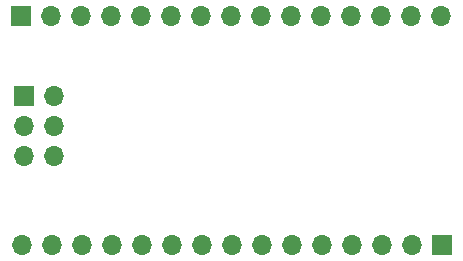
<source format=gbr>
%TF.GenerationSoftware,KiCad,Pcbnew,(5.1.6)-1*%
%TF.CreationDate,2020-11-19T11:34:22+01:00*%
%TF.ProjectId,Karim_Arduino,4b617269-6d5f-4417-9264-75696e6f2e6b,rev?*%
%TF.SameCoordinates,Original*%
%TF.FileFunction,Soldermask,Bot*%
%TF.FilePolarity,Negative*%
%FSLAX46Y46*%
G04 Gerber Fmt 4.6, Leading zero omitted, Abs format (unit mm)*
G04 Created by KiCad (PCBNEW (5.1.6)-1) date 2020-11-19 11:34:22*
%MOMM*%
%LPD*%
G01*
G04 APERTURE LIST*
%ADD10O,1.700000X1.700000*%
%ADD11R,1.700000X1.700000*%
G04 APERTURE END LIST*
D10*
%TO.C,J3*%
X157130000Y-80925000D03*
X154590000Y-80925000D03*
X152050000Y-80925000D03*
X149510000Y-80925000D03*
X146970000Y-80925000D03*
X144430000Y-80925000D03*
X141890000Y-80925000D03*
X139350000Y-80925000D03*
X136810000Y-80925000D03*
X134270000Y-80925000D03*
X131730000Y-80925000D03*
X129190000Y-80925000D03*
X126650000Y-80925000D03*
X124110000Y-80925000D03*
D11*
X121570000Y-80925000D03*
%TD*%
D10*
%TO.C,J2*%
X121640000Y-100250000D03*
X124180000Y-100250000D03*
X126720000Y-100250000D03*
X129260000Y-100250000D03*
X131800000Y-100250000D03*
X134340000Y-100250000D03*
X136880000Y-100250000D03*
X139420000Y-100250000D03*
X141960000Y-100250000D03*
X144500000Y-100250000D03*
X147040000Y-100250000D03*
X149580000Y-100250000D03*
X152120000Y-100250000D03*
X154660000Y-100250000D03*
D11*
X157200000Y-100250000D03*
%TD*%
D10*
%TO.C,J1*%
X124390000Y-92770000D03*
X121850000Y-92770000D03*
X124390000Y-90230000D03*
X121850000Y-90230000D03*
X124390000Y-87690000D03*
D11*
X121850000Y-87690000D03*
%TD*%
M02*

</source>
